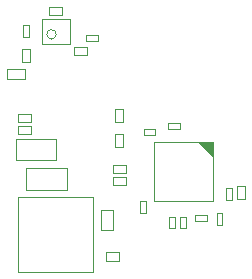
<source format=gbr>
%TF.GenerationSoftware,Altium Limited,Altium Designer,20.1.12 (249)*%
G04 Layer_Color=8388736*
%FSLAX45Y45*%
%MOMM*%
%TF.SameCoordinates,27206DED-D720-4121-B7EB-46A740E941A3*%
%TF.FilePolarity,Positive*%
%TF.FileFunction,Other,M14_-_Bottom_Assy*%
%TF.Part,Single*%
G01*
G75*
%TA.AperFunction,NonConductor*%
%ADD84C,0.10000*%
G36*
X2127500Y1177500D02*
Y1050500D01*
X2000500Y1177500D01*
X2127500D01*
D02*
G37*
D84*
X802500Y2092499D02*
G03*
X802500Y2092499I-40000J0D01*
G01*
X382500Y1717500D02*
X542500D01*
X382500D02*
Y1797500D01*
X542500D01*
Y1717500D02*
Y1797500D01*
X475000Y1247500D02*
Y1317500D01*
X585000Y1247500D02*
Y1317500D01*
X475000Y1247500D02*
X585000D01*
X475000Y1317500D02*
X585000D01*
X585000Y1347500D02*
Y1417500D01*
X475000Y1347500D02*
Y1417500D01*
X585000D01*
X475000Y1347500D02*
X585000D01*
X2000500Y1177500D02*
X2127500Y1050500D01*
X1627500Y677500D02*
X2127500D01*
X1627500D02*
Y1177500D01*
X2127500D01*
Y677500D02*
Y1177500D01*
X682500Y2222499D02*
X922500D01*
X682500Y2012500D02*
X922500D01*
Y2222499D01*
X682500Y2012500D02*
Y2222499D01*
X482500Y717500D02*
X1117500D01*
X482500Y82500D02*
Y717500D01*
Y82500D02*
X1117500D01*
Y717500D01*
X1367500Y1137500D02*
Y1247500D01*
X1297500Y1137500D02*
Y1247500D01*
Y1137500D02*
X1367500D01*
X1297500Y1247500D02*
X1367500D01*
X1297500Y1350000D02*
Y1460000D01*
X1367500Y1350000D02*
Y1460000D01*
X1297500D02*
X1367500D01*
X1297500Y1350000D02*
X1367500D01*
X1980000Y515000D02*
Y565000D01*
Y515000D02*
X2080000D01*
Y565000D01*
X1980000D02*
X2080000D01*
X1512500Y680000D02*
X1562500D01*
X1512500Y580000D02*
Y680000D01*
Y580000D02*
X1562500D01*
Y580000D02*
Y680000D01*
X2332500Y695000D02*
Y805000D01*
X2402500Y695000D02*
Y805000D01*
X2332500D02*
X2402500D01*
X2332500Y695000D02*
X2402500D01*
X2237500Y690000D02*
Y790000D01*
Y790000D02*
X2287500D01*
Y690000D02*
Y790000D01*
X2237500Y690000D02*
X2287500D01*
X2160000Y580000D02*
X2210000D01*
X2160000Y480000D02*
Y580000D01*
Y480000D02*
X2210000D01*
Y480000D02*
Y580000D01*
X1747500Y1290000D02*
Y1340000D01*
Y1290000D02*
X1847500D01*
Y1340000D01*
X1747500D02*
X1847500D01*
X1642500Y1242500D02*
Y1292500D01*
X1542500D02*
X1642500D01*
X1542500Y1242500D02*
Y1292500D01*
X1542500Y1242500D02*
X1642500D01*
X950000Y1987500D02*
X1060000D01*
X950000Y1917500D02*
X1060000D01*
Y1987500D01*
X950000Y1917500D02*
Y1987500D01*
X582500Y1860000D02*
Y1970000D01*
X512500Y1860000D02*
Y1970000D01*
Y1860000D02*
X582500D01*
X512500Y1970000D02*
X582500D01*
X745000Y2322500D02*
X855000D01*
X745000Y2252500D02*
X855000D01*
Y2322500D01*
X745000Y2252500D02*
Y2322500D01*
X1057500Y2037500D02*
Y2087500D01*
Y2037500D02*
X1157500D01*
Y2087500D01*
X1057500D02*
X1157500D01*
X570000Y2067500D02*
Y2167500D01*
X520000Y2067500D02*
X570000D01*
X520000D02*
Y2167500D01*
X570000D01*
X805000Y1025000D02*
Y1205000D01*
X465001Y1025000D02*
Y1205000D01*
X805000D01*
X465001Y1025000D02*
X805000D01*
X890000Y777500D02*
Y957500D01*
X550000Y777500D02*
Y957500D01*
X890000D01*
X550000Y777500D02*
X890000D01*
X1280000Y917500D02*
X1390000D01*
X1280000Y987500D02*
X1390000D01*
X1280000Y917500D02*
Y987500D01*
X1390000Y917500D02*
Y987500D01*
X1280000Y887500D02*
X1390000D01*
X1280000Y817500D02*
X1390000D01*
Y887500D01*
X1280000Y817500D02*
Y887500D01*
X1755000Y450000D02*
X1805000D01*
Y550000D01*
X1755000D02*
X1805000D01*
X1755000Y450000D02*
Y550000D01*
X1850001Y450000D02*
X1900001D01*
Y550000D01*
X1850001D02*
X1900001D01*
X1850001Y450000D02*
Y550000D01*
X1227500Y177500D02*
X1337500D01*
X1227500Y247500D02*
X1337500D01*
X1227500Y177500D02*
Y247500D01*
X1337500Y177500D02*
Y247500D01*
X1185000Y432500D02*
Y607500D01*
X1280000Y432500D02*
Y607500D01*
X1185000D02*
X1280000D01*
X1185000Y432500D02*
X1280000D01*
%TF.MD5,8cdc51e1cad0c6b685cab26b4bc12bef*%
M02*

</source>
